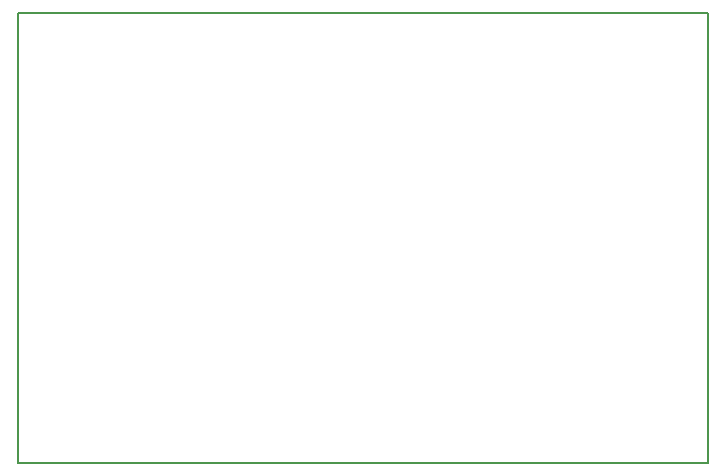
<source format=gm1>
G04 #@! TF.GenerationSoftware,KiCad,Pcbnew,5.0.1*
G04 #@! TF.CreationDate,2019-01-20T00:11:58+01:00*
G04 #@! TF.ProjectId,Powerstage,506F77657273746167652E6B69636164,rev?*
G04 #@! TF.SameCoordinates,Original*
G04 #@! TF.FileFunction,Profile,NP*
%FSLAX46Y46*%
G04 Gerber Fmt 4.6, Leading zero omitted, Abs format (unit mm)*
G04 Created by KiCad (PCBNEW 5.0.1) date So 20 Jan 2019 00:11:58 CET*
%MOMM*%
%LPD*%
G01*
G04 APERTURE LIST*
%ADD10C,0.150000*%
%ADD11C,0.200000*%
G04 APERTURE END LIST*
D10*
X166370000Y-76200000D02*
X107950000Y-76200000D01*
X166370000Y-114300000D02*
X166370000Y-76200000D01*
D11*
X107950000Y-114300000D02*
X166370000Y-114300000D01*
X107950000Y-76200000D02*
X107950000Y-114300000D01*
M02*

</source>
